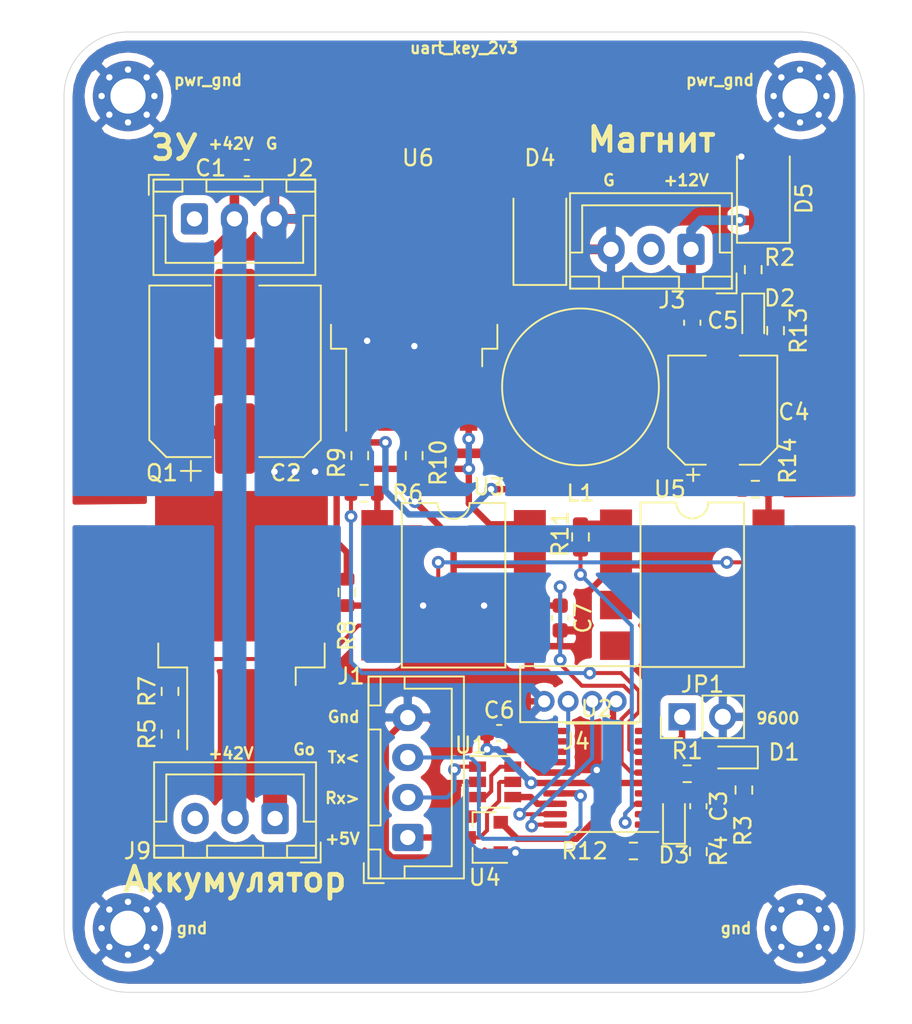
<source format=kicad_pcb>
(kicad_pcb (version 20171130) (host pcbnew "(5.1.8)-1")
  (layers (0 F.Cu signal) (31 B.Cu signal) (34 B.Paste user) (35 F.Paste user) (36 B.SilkS user) (37 F.SilkS user) (38 B.Mask user) (39 F.Mask user) (44 Edge.Cuts user))
  (net 0 "")
  (net 1 GND)
  (net 2 +48V)
  (net 3 "Net-(C3-Pad1)")
  (net 4 +12V)
  (net 5 +3V3)
  (net 6 "Net-(D1-Pad2)")
  (net 7 "Net-(D1-Pad1)")
  (net 8 "Net-(D2-Pad1)")
  (net 9 "Net-(D3-Pad1)")
  (net 10 /DIO)
  (net 11 /CLK)
  (net 12 "Net-(JP1-Pad1)")
  (net 13 "Net-(R10-Pad1)")
  (net 14 "Net-(R12-Pad1)")
  (net 15 +5P)
  (net 16 "Net-(U1-Pad4)")
  (net 17 /load_1)
  (net 18 "Net-(Q1-Pad1)")
  (net 19 "Net-(J1-Pad3)")
  (net 20 "Net-(R11-Pad1)")
  (net 21 GNDPWR)
  (net 22 /is_charger)
  (net 23 "Net-(D4-Pad1)")
  (net 24 "Net-(J9-Pad1)")
  (net 25 /magnit_on)
  (net 26 "Net-(R6-Pad1)")
  (net 27 "Net-(R7-Pad2)")
  (net 28 "Net-(R8-Pad1)")
  (net 29 "Net-(R13-Pad2)")
  (net 30 "Net-(J1-Pad2)")
  (net 31 "Net-(U1-Pad3)")
  (module MountingHole:MountingHole_2.2mm_M2_Pad_Via (layer F.Cu) (at 22 72)
    (fp_text reference J5 hide)
    (fp_text value M2)
    (pad 1 thru_hole circle (at 1.166726 -1.166726) (size 0.7 0.7) (drill 0.4) (layers *.Cu *.Mask) (net 1 GND))
    (pad 1 thru_hole circle (at 0 -1.65) (size 0.7 0.7) (drill 0.4) (layers *.Cu *.Mask) (net 1 GND))
    (pad 1 thru_hole circle (at -1.166726 -1.166726) (size 0.7 0.7) (drill 0.4) (layers *.Cu *.Mask) (net 1 GND))
    (pad 1 thru_hole circle (at -1.65 0) (size 0.7 0.7) (drill 0.4) (layers *.Cu *.Mask) (net 1 GND))
    (pad 1 thru_hole circle (at -1.166726 1.166726) (size 0.7 0.7) (drill 0.4) (layers *.Cu *.Mask) (net 1 GND))
    (pad 1 thru_hole circle (at 0 1.65) (size 0.7 0.7) (drill 0.4) (layers *.Cu *.Mask) (net 1 GND))
    (pad 1 thru_hole circle (at 1.166726 1.166726) (size 0.7 0.7) (drill 0.4) (layers *.Cu *.Mask) (net 1 GND))
    (pad 1 thru_hole circle (at 1.65 0) (size 0.7 0.7) (drill 0.4) (layers *.Cu *.Mask) (net 1 GND))
    (pad 1 thru_hole circle (at 0 0) (size 4.4 4.4) (drill 2.2) (layers *.Cu *.Mask) (net 1 GND))
  )
  (module MountingHole:MountingHole_2.2mm_M2_Pad_Via (layer F.Cu) (at 64 72)
    (fp_text reference J8 hide)
    (fp_text value M2)
    (pad 1 thru_hole circle (at 1.166726 -1.166726) (size 0.7 0.7) (drill 0.4) (layers *.Cu *.Mask) (net 1 GND))
    (pad 1 thru_hole circle (at 0 -1.65) (size 0.7 0.7) (drill 0.4) (layers *.Cu *.Mask) (net 1 GND))
    (pad 1 thru_hole circle (at -1.166726 -1.166726) (size 0.7 0.7) (drill 0.4) (layers *.Cu *.Mask) (net 1 GND))
    (pad 1 thru_hole circle (at -1.65 0) (size 0.7 0.7) (drill 0.4) (layers *.Cu *.Mask) (net 1 GND))
    (pad 1 thru_hole circle (at -1.166726 1.166726) (size 0.7 0.7) (drill 0.4) (layers *.Cu *.Mask) (net 1 GND))
    (pad 1 thru_hole circle (at 0 1.65) (size 0.7 0.7) (drill 0.4) (layers *.Cu *.Mask) (net 1 GND))
    (pad 1 thru_hole circle (at 1.166726 1.166726) (size 0.7 0.7) (drill 0.4) (layers *.Cu *.Mask) (net 1 GND))
    (pad 1 thru_hole circle (at 1.65 0) (size 0.7 0.7) (drill 0.4) (layers *.Cu *.Mask) (net 1 GND))
    (pad 1 thru_hole circle (at 0 0) (size 4.4 4.4) (drill 2.2) (layers *.Cu *.Mask) (net 1 GND))
  )
  (module MountingHole:MountingHole_2.2mm_M2_Pad_Via (layer F.Cu) (at 22 20)
    (fp_text reference J7 hide)
    (fp_text value M2)
    (pad 1 thru_hole circle (at 1.166726 -1.166726) (size 0.7 0.7) (drill 0.4) (layers *.Cu *.Mask) (net 21 GNDPWR))
    (pad 1 thru_hole circle (at 0 -1.65) (size 0.7 0.7) (drill 0.4) (layers *.Cu *.Mask) (net 21 GNDPWR))
    (pad 1 thru_hole circle (at -1.166726 -1.166726) (size 0.7 0.7) (drill 0.4) (layers *.Cu *.Mask) (net 21 GNDPWR))
    (pad 1 thru_hole circle (at -1.65 0) (size 0.7 0.7) (drill 0.4) (layers *.Cu *.Mask) (net 21 GNDPWR))
    (pad 1 thru_hole circle (at -1.166726 1.166726) (size 0.7 0.7) (drill 0.4) (layers *.Cu *.Mask) (net 21 GNDPWR))
    (pad 1 thru_hole circle (at 0 1.65) (size 0.7 0.7) (drill 0.4) (layers *.Cu *.Mask) (net 21 GNDPWR))
    (pad 1 thru_hole circle (at 1.166726 1.166726) (size 0.7 0.7) (drill 0.4) (layers *.Cu *.Mask) (net 21 GNDPWR))
    (pad 1 thru_hole circle (at 1.65 0) (size 0.7 0.7) (drill 0.4) (layers *.Cu *.Mask) (net 21 GNDPWR))
    (pad 1 thru_hole circle (at 0 0) (size 4.4 4.4) (drill 2.2) (layers *.Cu *.Mask) (net 21 GNDPWR))
  )
  (module MountingHole:MountingHole_2.2mm_M2_Pad_Via (layer F.Cu) (at 64 20)
    (fp_text reference J6 hide)
    (fp_text value M2)
    (pad 1 thru_hole circle (at 1.166726 -1.166726) (size 0.7 0.7) (drill 0.4) (layers *.Cu *.Mask) (net 21 GNDPWR))
    (pad 1 thru_hole circle (at 0 -1.65) (size 0.7 0.7) (drill 0.4) (layers *.Cu *.Mask) (net 21 GNDPWR))
    (pad 1 thru_hole circle (at -1.166726 -1.166726) (size 0.7 0.7) (drill 0.4) (layers *.Cu *.Mask) (net 21 GNDPWR))
    (pad 1 thru_hole circle (at -1.65 0) (size 0.7 0.7) (drill 0.4) (layers *.Cu *.Mask) (net 21 GNDPWR))
    (pad 1 thru_hole circle (at -1.166726 1.166726) (size 0.7 0.7) (drill 0.4) (layers *.Cu *.Mask) (net 21 GNDPWR))
    (pad 1 thru_hole circle (at 0 1.65) (size 0.7 0.7) (drill 0.4) (layers *.Cu *.Mask) (net 21 GNDPWR))
    (pad 1 thru_hole circle (at 1.166726 1.166726) (size 0.7 0.7) (drill 0.4) (layers *.Cu *.Mask) (net 21 GNDPWR))
    (pad 1 thru_hole circle (at 1.65 0) (size 0.7 0.7) (drill 0.4) (layers *.Cu *.Mask) (net 21 GNDPWR))
    (pad 1 thru_hole circle (at 0 0) (size 4.4 4.4) (drill 2.2) (layers *.Cu *.Mask) (net 21 GNDPWR))
  )
  (module Capacitor_SMD:CP_Elec_10x10.5 (layer F.Cu) (at 28.69 37.2 90)
    (fp_text reference C2 (at -6.35 3.175 180) (layer F.SilkS))
    (fp_text value "220uF 50V")
    (pad 2 smd roundrect (at 4.2 0 90) (size 4.4 2.5) (layers F.Cu F.Paste F.Mask) (roundrect_rratio 0.1) (net 21 GNDPWR))
    (pad 1 smd roundrect (at -4.2 0 90) (size 4.4 2.5) (layers F.Cu F.Paste F.Mask) (roundrect_rratio 0.1) (net 2 +48V))
  )
  (module Resistor_SMD:R_0603_1608Metric (layer F.Cu) (at 53.5875 67.172 180)
    (fp_text reference R12 (at 3.0535 0) (layer F.SilkS))
    (fp_text value 10k)
    (pad 2 smd roundrect (at 0.825 0 180) (size 0.8 0.95) (layers F.Cu F.Paste F.Mask) (net 1 GND))
    (pad 1 smd roundrect (at -0.825 0 180) (size 0.8 0.95) (layers F.Cu F.Paste F.Mask) (net 14 "Net-(R12-Pad1)"))
  )
  (module Package_TO_SOT_SMD:TO-263-5_TabPin3 (layer F.Cu) (at 39.885 32.84 90)
    (fp_text reference U6 (at 8.975 0.235 180) (layer F.SilkS))
    (fp_text value LM2596S-12)
    (pad 3 smd rect (at 3.375 0 90) (size 9.4 10.8) (layers F.Cu F.Mask) (net 21 GNDPWR))
    (pad 5 smd rect (at -5.775 3.4 90) (size 4.6 1.1) (layers F.Cu F.Paste F.Mask) (net 13 "Net-(R10-Pad1)"))
    (pad 4 smd rect (at -5.775 1.7 90) (size 4.6 1.1) (layers F.Cu F.Paste F.Mask) (net 4 +12V))
    (pad 3 smd rect (at -5.775 0 90) (size 4.6 1.1) (layers F.Cu F.Paste F.Mask) (net 21 GNDPWR))
    (pad 2 smd rect (at -5.775 -1.7 90) (size 4.6 1.1) (layers F.Cu F.Paste F.Mask) (net 23 "Net-(D4-Pad1)"))
    (pad 1 smd rect (at -5.775 -3.4 90) (size 4.6 1.1) (layers F.Cu F.Paste F.Mask) (net 2 +48V))
  )
  (module Package_DIP:SMDIP-8_W9.53mm (layer F.Cu) (at 57.265 50.535)
    (fp_text reference U5 (at -1.397 -5.969) (layer F.SilkS))
    (fp_text value LTV-827S)
    (pad 8 smd rect (at 4.765 -3.81) (size 2 1.78) (layers F.Cu F.Paste F.Mask) (net 29 "Net-(R13-Pad2)"))
    (pad 4 smd rect (at -4.765 3.81) (size 2 1.78) (layers F.Cu F.Paste F.Mask))
    (pad 7 smd rect (at 4.765 -1.27) (size 2 1.78) (layers F.Cu F.Paste F.Mask) (net 27 "Net-(R7-Pad2)"))
    (pad 3 smd rect (at -4.765 1.27) (size 2 1.78) (layers F.Cu F.Paste F.Mask))
    (pad 6 smd rect (at 4.765 1.27) (size 2 1.78) (layers F.Cu F.Paste F.Mask))
    (pad 2 smd rect (at -4.765 -1.27) (size 2 1.78) (layers F.Cu F.Paste F.Mask) (net 1 GND))
    (pad 5 smd rect (at 4.765 3.81) (size 2 1.78) (layers F.Cu F.Paste F.Mask))
    (pad 1 smd rect (at -4.765 -3.81) (size 2 1.78) (layers F.Cu F.Paste F.Mask) (net 20 "Net-(R11-Pad1)"))
  )
  (module Package_TO_SOT_SMD:SOT-23 (layer F.Cu) (at 44.295 66.33 180)
    (fp_text reference U4 (at 0 -2.5) (layer F.SilkS))
    (fp_text value XC6206PxxxMR)
    (pad 3 smd rect (at 1 0 180) (size 0.9 0.8) (layers F.Cu F.Paste F.Mask) (net 15 +5P))
    (pad 2 smd rect (at -1 0.95 180) (size 0.9 0.8) (layers F.Cu F.Paste F.Mask) (net 5 +3V3))
    (pad 1 smd rect (at -1 -0.95 180) (size 0.9 0.8) (layers F.Cu F.Paste F.Mask) (net 1 GND))
  )
  (module Package_DIP:SMDIP-8_W9.53mm (layer F.Cu) (at 42.348835 50.569251)
    (fp_text reference U3 (at 2.216165 -6.14) (layer F.SilkS))
    (fp_text value LTV-827S)
    (pad 8 smd rect (at 4.765 -3.81) (size 2 1.78) (layers F.Cu F.Paste F.Mask) (net 13 "Net-(R10-Pad1)"))
    (pad 4 smd rect (at -4.765 3.81) (size 2 1.78) (layers F.Cu F.Paste F.Mask) (net 21 GNDPWR))
    (pad 7 smd rect (at 4.765 -1.27) (size 2 1.78) (layers F.Cu F.Paste F.Mask) (net 21 GNDPWR))
    (pad 3 smd rect (at -4.765 1.27) (size 2 1.78) (layers F.Cu F.Paste F.Mask) (net 28 "Net-(R8-Pad1)"))
    (pad 6 smd rect (at 4.765 1.27) (size 2 1.78) (layers F.Cu F.Paste F.Mask) (net 22 /is_charger))
    (pad 2 smd rect (at -4.765 -1.27) (size 2 1.78) (layers F.Cu F.Paste F.Mask) (net 1 GND))
    (pad 5 smd rect (at 4.765 3.81) (size 2 1.78) (layers F.Cu F.Paste F.Mask) (net 1 GND))
    (pad 1 smd rect (at -4.765 -3.81) (size 2 1.78) (layers F.Cu F.Paste F.Mask) (net 26 "Net-(R6-Pad1)"))
  )
  (module Package_SO:TSSOP-20_4.4x6.5mm_P0.65mm (layer F.Cu) (at 51.55 62.6 180)
    (fp_text reference U2 (at 0.254 4.318) (layer F.SilkS))
    (fp_text value STM32F042F4Px)
    (pad 20 smd roundrect (at 2.8625 -2.925 180) (size 1.475 0.4) (layers F.Cu F.Paste F.Mask) (net 11 /CLK))
    (pad 19 smd roundrect (at 2.8625 -2.275 180) (size 1.475 0.4) (layers F.Cu F.Paste F.Mask) (net 10 /DIO))
    (pad 18 smd roundrect (at 2.8625 -1.625 180) (size 1.475 0.4) (layers F.Cu F.Paste F.Mask) (net 16 "Net-(U1-Pad4)"))
    (pad 17 smd roundrect (at 2.8625 -0.975 180) (size 1.475 0.4) (layers F.Cu F.Paste F.Mask) (net 19 "Net-(J1-Pad3)"))
    (pad 16 smd roundrect (at 2.8625 -0.325 180) (size 1.475 0.4) (layers F.Cu F.Paste F.Mask) (net 5 +3V3))
    (pad 15 smd roundrect (at 2.8625 0.325 180) (size 1.475 0.4) (layers F.Cu F.Paste F.Mask) (net 1 GND))
    (pad 14 smd roundrect (at 2.8625 0.975 180) (size 1.475 0.4) (layers F.Cu F.Paste F.Mask))
    (pad 13 smd roundrect (at 2.8625 1.625 180) (size 1.475 0.4) (layers F.Cu F.Paste F.Mask))
    (pad 12 smd roundrect (at 2.8625 2.275 180) (size 1.475 0.4) (layers F.Cu F.Paste F.Mask))
    (pad 11 smd roundrect (at 2.8625 2.925 180) (size 1.475 0.4) (layers F.Cu F.Paste F.Mask))
    (pad 10 smd roundrect (at -2.8625 2.925 180) (size 1.475 0.4) (layers F.Cu F.Paste F.Mask))
    (pad 9 smd roundrect (at -2.8625 2.275 180) (size 1.475 0.4) (layers F.Cu F.Paste F.Mask) (net 12 "Net-(JP1-Pad1)"))
    (pad 8 smd roundrect (at -2.8625 1.625 180) (size 1.475 0.4) (layers F.Cu F.Paste F.Mask) (net 25 /magnit_on))
    (pad 7 smd roundrect (at -2.8625 0.975 180) (size 1.475 0.4) (layers F.Cu F.Paste F.Mask) (net 6 "Net-(D1-Pad2)"))
    (pad 6 smd roundrect (at -2.8625 0.325 180) (size 1.475 0.4) (layers F.Cu F.Paste F.Mask) (net 22 /is_charger))
    (pad 5 smd roundrect (at -2.8625 -0.325 180) (size 1.475 0.4) (layers F.Cu F.Paste F.Mask) (net 5 +3V3))
    (pad 4 smd roundrect (at -2.8625 -0.975 180) (size 1.475 0.4) (layers F.Cu F.Paste F.Mask) (net 3 "Net-(C3-Pad1)"))
    (pad 3 smd roundrect (at -2.8625 -1.625 180) (size 1.475 0.4) (layers F.Cu F.Paste F.Mask) (net 17 /load_1))
    (pad 2 smd roundrect (at -2.8625 -2.275 180) (size 1.475 0.4) (layers F.Cu F.Paste F.Mask))
    (pad 1 smd roundrect (at -2.8625 -2.925 180) (size 1.475 0.4) (layers F.Cu F.Paste F.Mask) (net 14 "Net-(R12-Pad1)"))
  )
  (module Package_TO_SOT_SMD:SOT-23-6 (layer F.Cu) (at 44.946 62.854)
    (fp_text reference U1 (at -1.524 -2.286) (layer F.SilkS))
    (fp_text value 74LVC2G14)
    (pad 5 smd rect (at 1.1 0) (size 1.06 0.65) (layers F.Cu F.Paste F.Mask) (net 15 +5P))
    (pad 6 smd rect (at 1.1 -0.95) (size 1.06 0.65) (layers F.Cu F.Paste F.Mask) (net 31 "Net-(U1-Pad3)"))
    (pad 4 smd rect (at 1.1 0.95) (size 1.06 0.65) (layers F.Cu F.Paste F.Mask) (net 16 "Net-(U1-Pad4)"))
    (pad 3 smd rect (at -1.1 0.95) (size 1.06 0.65) (layers F.Cu F.Paste F.Mask) (net 31 "Net-(U1-Pad3)"))
    (pad 2 smd rect (at -1.1 0) (size 1.06 0.65) (layers F.Cu F.Paste F.Mask) (net 1 GND))
    (pad 1 smd rect (at -1.1 -0.95) (size 1.06 0.65) (layers F.Cu F.Paste F.Mask) (net 30 "Net-(J1-Pad2)"))
  )
  (module Resistor_SMD:R_0603_1608Metric (layer F.Cu) (at 61.205 44.566)
    (fp_text reference R14 (at 2.029 -1.778 90) (layer F.SilkS))
    (fp_text value 10k)
    (pad 2 smd roundrect (at 0.825 0) (size 0.8 0.95) (layers F.Cu F.Paste F.Mask) (net 29 "Net-(R13-Pad2)"))
    (pad 1 smd roundrect (at -0.825 0) (size 0.8 0.95) (layers F.Cu F.Paste F.Mask) (net 2 +48V))
  )
  (module Resistor_SMD:R_0603_1608Metric (layer F.Cu) (at 62.472 34.66 270)
    (fp_text reference R13 (at 0 -1.43 90) (layer F.SilkS))
    (fp_text value 10k)
    (pad 2 smd roundrect (at 0.825 0 270) (size 0.8 0.95) (layers F.Cu F.Paste F.Mask) (net 29 "Net-(R13-Pad2)"))
    (pad 1 smd roundrect (at -0.825 0 270) (size 0.8 0.95) (layers F.Cu F.Paste F.Mask) (net 21 GNDPWR))
  )
  (module Resistor_SMD:R_0603_1608Metric (layer F.Cu) (at 50.28 47.55 270)
    (fp_text reference R11 (at -0.19 1.27 90) (layer F.SilkS))
    (fp_text value 100)
    (pad 2 smd roundrect (at 0.825 0 270) (size 0.8 0.95) (layers F.Cu F.Paste F.Mask) (net 17 /load_1))
    (pad 1 smd roundrect (at -0.825 0 270) (size 0.8 0.95) (layers F.Cu F.Paste F.Mask) (net 20 "Net-(R11-Pad1)"))
  )
  (module Resistor_SMD:R_0603_1608Metric (layer F.Cu) (at 39.885 42.47 90)
    (fp_text reference R10 (at -0.445 1.505 90) (layer F.SilkS))
    (fp_text value 10k)
    (pad 2 smd roundrect (at 0.825 0 90) (size 0.8 0.95) (layers F.Cu F.Paste F.Mask) (net 21 GNDPWR))
    (pad 1 smd roundrect (at -0.825 0 90) (size 0.8 0.95) (layers F.Cu F.Paste F.Mask) (net 13 "Net-(R10-Pad1)"))
  )
  (module Resistor_SMD:R_0603_1608Metric (layer F.Cu) (at 36.485 42.47 270)
    (fp_text reference R9 (at 0.445 1.445 90) (layer F.SilkS))
    (fp_text value 10k)
    (pad 2 smd roundrect (at 0.825 0 270) (size 0.8 0.95) (layers F.Cu F.Paste F.Mask) (net 13 "Net-(R10-Pad1)"))
    (pad 1 smd roundrect (at -0.825 0 270) (size 0.8 0.95) (layers F.Cu F.Paste F.Mask) (net 2 +48V))
  )
  (module Resistor_SMD:R_0603_1608Metric (layer F.Cu) (at 35.675 51.014251 90)
    (fp_text reference R8 (at -2.695749 0 90) (layer F.SilkS))
    (fp_text value 10k)
    (pad 2 smd roundrect (at 0.825 0 90) (size 0.8 0.95) (layers F.Cu F.Paste F.Mask) (net 2 +48V))
    (pad 1 smd roundrect (at -0.825 0 90) (size 0.8 0.95) (layers F.Cu F.Paste F.Mask) (net 28 "Net-(R8-Pad1)"))
  )
  (module Resistor_SMD:R_0603_1608Metric (layer F.Cu) (at 24.626 57.203 90)
    (fp_text reference R7 (at 0 -1.43 90) (layer F.SilkS))
    (fp_text value 100)
    (pad 2 smd roundrect (at 0.825 0 90) (size 0.8 0.95) (layers F.Cu F.Paste F.Mask) (net 27 "Net-(R7-Pad2)"))
    (pad 1 smd roundrect (at -0.825 0 90) (size 0.8 0.95) (layers F.Cu F.Paste F.Mask) (net 18 "Net-(Q1-Pad1)"))
  )
  (module Resistor_SMD:R_0603_1608Metric (layer F.Cu) (at 36.755 44.82 180)
    (fp_text reference R6 (at -2.73 0) (layer F.SilkS))
    (fp_text value 100)
    (pad 2 smd roundrect (at 0.825 0 180) (size 0.8 0.95) (layers F.Cu F.Paste F.Mask) (net 25 /magnit_on))
    (pad 1 smd roundrect (at -0.825 0 180) (size 0.8 0.95) (layers F.Cu F.Paste F.Mask) (net 26 "Net-(R6-Pad1)"))
  )
  (module Resistor_SMD:R_0603_1608Metric (layer F.Cu) (at 24.626 59.869 90)
    (fp_text reference R5 (at 0 -1.43 90) (layer F.SilkS))
    (fp_text value 10k)
    (pad 2 smd roundrect (at 0.825 0 90) (size 0.8 0.95) (layers F.Cu F.Paste F.Mask) (net 18 "Net-(Q1-Pad1)"))
    (pad 1 smd roundrect (at -0.825 0 90) (size 0.8 0.95) (layers F.Cu F.Paste F.Mask) (net 21 GNDPWR))
  )
  (module Resistor_SMD:R_0603_1608Metric (layer F.Cu) (at 57.646 67.213874 90)
    (fp_text reference R4 (at 0.041874 1.27 270) (layer F.SilkS))
    (fp_text value 10k)
    (pad 2 smd roundrect (at 0.825 0 90) (size 0.8 0.95) (layers F.Cu F.Paste F.Mask) (net 9 "Net-(D3-Pad1)"))
    (pad 1 smd roundrect (at -0.825 0 90) (size 0.8 0.95) (layers F.Cu F.Paste F.Mask) (net 1 GND))
  )
  (module Resistor_SMD:R_0603_1608Metric (layer F.Cu) (at 60.4905 63.362 90)
    (fp_text reference R3 (at -2.54 -0.0505 90) (layer F.SilkS))
    (fp_text value 10k)
    (pad 2 smd roundrect (at 0.825 0 90) (size 0.8 0.95) (layers F.Cu F.Paste F.Mask) (net 7 "Net-(D1-Pad1)"))
    (pad 1 smd roundrect (at -0.825 0 90) (size 0.8 0.95) (layers F.Cu F.Paste F.Mask) (net 1 GND))
  )
  (module Resistor_SMD:R_0603_1608Metric (layer F.Cu) (at 61.075 30.85 270)
    (fp_text reference R2 (at -0.762 -1.651 180) (layer F.SilkS))
    (fp_text value 10k)
    (pad 2 smd roundrect (at 0.825 0 270) (size 0.8 0.95) (layers F.Cu F.Paste F.Mask) (net 8 "Net-(D2-Pad1)"))
    (pad 1 smd roundrect (at -0.825 0 270) (size 0.8 0.95) (layers F.Cu F.Paste F.Mask) (net 21 GNDPWR))
  )
  (module Resistor_SMD:R_0603_1608Metric (layer F.Cu) (at 56.947 62.346)
    (fp_text reference R1 (at 0 -1.43) (layer F.SilkS))
    (fp_text value 10k)
    (pad 2 smd roundrect (at 0.825 0) (size 0.8 0.95) (layers F.Cu F.Paste F.Mask) (net 3 "Net-(C3-Pad1)"))
    (pad 1 smd roundrect (at -0.825 0) (size 0.8 0.95) (layers F.Cu F.Paste F.Mask) (net 5 +3V3))
  )
  (module Package_TO_SOT_SMD:TO-263-2 (layer F.Cu) (at 29.09 52.755 90)
    (fp_text reference Q1 (at 9.205 -4.972 180) (layer F.SilkS))
    (fp_text value IRF630NSPBF)
    (pad 2 smd rect (at 3.375 0 90) (size 9.4 10.8) (layers F.Cu F.Mask) (net 21 GNDPWR))
    (pad 3 smd rect (at -5.775 2.54 90) (size 4.6 1.5) (layers F.Cu F.Paste F.Mask) (net 24 "Net-(J9-Pad1)"))
    (pad 1 smd rect (at -5.775 -2.54 90) (size 4.6 1.1) (layers F.Cu F.Paste F.Mask) (net 18 "Net-(Q1-Pad1)"))
  )
  (module uart_key:SDR_1006 (layer F.Cu) (at 50.28 38.175 270)
    (fp_text reference L1 (at 6.645 0 180) (layer F.SilkS))
    (fp_text value 33uH)
    (pad 1 smd rect (at -4.15 0 270) (size 3 9) (layers F.Cu F.Paste F.Mask) (net 23 "Net-(D4-Pad1)"))
    (pad 2 smd rect (at 4.15 0 270) (size 3 9) (layers F.Cu F.Paste F.Mask) (net 4 +12V))
  )
  (module Connector_PinHeader_2.54mm:PinHeader_1x02_P2.54mm_Vertical (layer F.Cu) (at 56.63 58.79 90)
    (fp_text reference JP1 (at 2.032 1.27 180) (layer F.SilkS))
    (fp_text value 9600)
    (pad 2 thru_hole oval (at 0 2.54 90) (size 1.7 1.7) (drill 1) (layers *.Cu *.Mask) (net 1 GND))
    (pad 1 thru_hole rect (at 0 0 90) (size 1.7 1.7) (drill 1) (layers *.Cu *.Mask) (net 12 "Net-(JP1-Pad1)"))
  )
  (module Connector_JST:JST_XH_B3B-XH-A_1x03_P2.50mm_Vertical (layer F.Cu) (at 31.19 65.14 180)
    (fp_text reference J9 (at 8.596 -2.032) (layer F.SilkS))
    (fp_text value Accum)
    (pad 3 thru_hole oval (at 5 0 180) (size 1.7 1.95) (drill 0.95) (layers *.Cu *.Mask))
    (pad 2 thru_hole oval (at 2.5 0 180) (size 1.7 1.95) (drill 0.95) (layers *.Cu *.Mask) (net 2 +48V))
    (pad 1 thru_hole roundrect (at 0 0 180) (size 1.7 1.95) (drill 0.95) (layers *.Cu *.Mask) (roundrect_rratio 0.1470588235294118) (net 24 "Net-(J9-Pad1)"))
  )
  (module uart_key:ZH_Conn_04x01 (layer F.Cu) (at 49.01 60.822 180)
    (fp_text reference J4 (at -1 0.5) (layer F.SilkS))
    (fp_text value st-link)
    (pad 4 thru_hole circle (at 1 3 180) (size 1.3 1.3) (drill 0.762) (layers *.Cu *.Mask) (net 1 GND))
    (pad 3 thru_hole circle (at -0.5 3 180) (size 1.3 1.3) (drill 0.762) (layers *.Cu *.Mask) (net 10 /DIO))
    (pad 2 thru_hole circle (at -2 3 180) (size 1.3 1.3) (drill 0.762) (layers *.Cu *.Mask) (net 11 /CLK))
    (pad 1 thru_hole circle (at -3.5 3 180) (size 1.3 1.3) (drill 0.762) (layers *.Cu *.Mask) (net 5 +3V3))
  )
  (module Connector_JST:JST_XH_B3B-XH-A_1x03_P2.50mm_Vertical (layer F.Cu) (at 57.185 29.58 180)
    (fp_text reference J3 (at 1.19 -3.175001) (layer F.SilkS))
    (fp_text value Magnit)
    (pad 3 thru_hole oval (at 5 0 180) (size 1.7 1.95) (drill 0.95) (layers *.Cu *.Mask) (net 21 GNDPWR))
    (pad 2 thru_hole oval (at 2.5 0 180) (size 1.7 1.95) (drill 0.95) (layers *.Cu *.Mask))
    (pad 1 thru_hole roundrect (at 0 0 180) (size 1.7 1.95) (drill 0.95) (layers *.Cu *.Mask) (roundrect_rratio 0.1470588235294118) (net 4 +12V))
  )
  (module Connector_JST:JST_XH_B3B-XH-A_1x03_P2.50mm_Vertical (layer F.Cu) (at 26.15 27.675)
    (fp_text reference J2 (at 6.604 -3.175) (layer F.SilkS))
    (fp_text value Charger)
    (pad 3 thru_hole oval (at 5 0) (size 1.7 1.95) (drill 0.95) (layers *.Cu *.Mask) (net 21 GNDPWR))
    (pad 2 thru_hole oval (at 2.5 0) (size 1.7 1.95) (drill 0.95) (layers *.Cu *.Mask) (net 2 +48V))
    (pad 1 thru_hole roundrect (at 0 0) (size 1.7 1.95) (drill 0.95) (layers *.Cu *.Mask) (roundrect_rratio 0.1470588235294118))
  )
  (module Connector_JST:JST_XH_B4B-XH-A_1x04_P2.50mm_Vertical (layer F.Cu) (at 39.485 66.33 90)
    (fp_text reference J1 (at 10.08 -3.55 180) (layer F.SilkS))
    (fp_text value connect)
    (pad 4 thru_hole oval (at 7.5 0 90) (size 1.7 1.95) (drill 0.95) (layers *.Cu *.Mask) (net 1 GND))
    (pad 3 thru_hole oval (at 5 0 90) (size 1.7 1.95) (drill 0.95) (layers *.Cu *.Mask) (net 19 "Net-(J1-Pad3)"))
    (pad 2 thru_hole oval (at 2.5 0 90) (size 1.7 1.95) (drill 0.95) (layers *.Cu *.Mask) (net 30 "Net-(J1-Pad2)"))
    (pad 1 thru_hole roundrect (at 0 0 90) (size 1.7 1.95) (drill 0.95) (layers *.Cu *.Mask) (roundrect_rratio 0.1470588235294118) (net 15 +5P))
  )
  (module Diode_SMD:D_SMA (layer F.Cu) (at 61.71 25.77 90)
    (fp_text reference D5 (at -0.635 2.54 90) (layer F.SilkS))
    (fp_text value ss16)
    (pad 2 smd rect (at 2 0 90) (size 2.5 1.8) (layers F.Cu F.Paste F.Mask) (net 21 GNDPWR))
    (pad 1 smd rect (at -2 0 90) (size 2.5 1.8) (layers F.Cu F.Paste F.Mask) (net 4 +12V))
  )
  (module Diode_SMD:D_SMA (layer F.Cu) (at 47.74 28.405 90)
    (fp_text reference D4 (at 4.54 0 180) (layer F.SilkS))
    (fp_text value ss16)
    (pad 2 smd rect (at 2 0 90) (size 2.5 1.8) (layers F.Cu F.Paste F.Mask) (net 21 GNDPWR))
    (pad 1 smd rect (at -2 0 90) (size 2.5 1.8) (layers F.Cu F.Paste F.Mask) (net 23 "Net-(D4-Pad1)"))
  )
  (module LED_SMD:LED_0603_1608Metric_Castellated (layer F.Cu) (at 56.122 65.0375 90)
    (fp_text reference D3 (at -2.3885 0 180) (layer F.SilkS))
    (fp_text value load_1)
    (pad 2 smd roundrect (at 0.8125 0 90) (size 1.225 0.85) (layers F.Cu F.Paste F.Mask) (net 17 /load_1))
    (pad 1 smd roundrect (at -0.8125 0 90) (size 1.225 0.85) (layers F.Cu F.Paste F.Mask) (net 9 "Net-(D3-Pad1)"))
  )
  (module LED_SMD:LED_0603_1608Metric_Castellated (layer F.Cu) (at 61.075 34.025 270)
    (fp_text reference D2 (at -1.397 -1.651 180) (layer F.SilkS))
    (fp_text value magnit)
    (pad 2 smd roundrect (at 0.8125 0 270) (size 1.225 0.85) (layers F.Cu F.Paste F.Mask) (net 4 +12V))
    (pad 1 smd roundrect (at -0.8125 0 270) (size 1.225 0.85) (layers F.Cu F.Paste F.Mask) (net 8 "Net-(D2-Pad1)"))
  )
  (module LED_SMD:LED_0603_1608Metric_Castellated (layer F.Cu) (at 59.678 61.33 180)
    (fp_text reference D1 (at -3.322 0.33) (layer F.SilkS))
    (fp_text value debug)
    (pad 2 smd roundrect (at 0.8125 0 180) (size 1.225 0.85) (layers F.Cu F.Paste F.Mask) (net 6 "Net-(D1-Pad2)"))
    (pad 1 smd roundrect (at -0.8125 0 180) (size 1.225 0.85) (layers F.Cu F.Paste F.Mask) (net 7 "Net-(D1-Pad1)"))
  )
  (module Capacitor_SMD:C_0603_1608Metric (layer F.Cu) (at 49.01 52.614251 270)
    (fp_text reference C7 (at 0 -1.43 90) (layer F.SilkS))
    (fp_text value 1uF)
    (pad 2 smd roundrect (at 0.775 0 270) (size 0.9 0.95) (layers F.Cu F.Paste F.Mask) (net 1 GND))
    (pad 1 smd roundrect (at -0.775 0 270) (size 0.9 0.95) (layers F.Cu F.Paste F.Mask) (net 22 /is_charger))
  )
  (module Capacitor_SMD:C_0603_1608Metric (layer F.Cu) (at 45.2 59.806)
    (fp_text reference C6 (at 0 -1.43) (layer F.SilkS))
    (fp_text value 1uF)
    (pad 2 smd roundrect (at 0.775 0) (size 0.9 0.95) (layers F.Cu F.Paste F.Mask) (net 1 GND))
    (pad 1 smd roundrect (at -0.775 0) (size 0.9 0.95) (layers F.Cu F.Paste F.Mask) (net 5 +3V3))
  )
  (module Capacitor_SMD:C_0603_1608Metric (layer F.Cu) (at 57.265 34.165001 90)
    (fp_text reference C5 (at 0.140001 1.905 180) (layer F.SilkS))
    (fp_text value 1uF)
    (pad 2 smd roundrect (at 0.775 0 90) (size 0.9 0.95) (layers F.Cu F.Paste F.Mask) (net 21 GNDPWR))
    (pad 1 smd roundrect (at -0.775 0 90) (size 0.9 0.95) (layers F.Cu F.Paste F.Mask) (net 4 +12V))
  )
  (module Capacitor_SMD:CP_Elec_6.3x7.7 (layer F.Cu) (at 59.17 39.625 90)
    (fp_text reference C4 (at -0.115 4.445 180) (layer F.SilkS))
    (fp_text value "220uF 16V")
    (pad 2 smd roundrect (at 2.7 0 90) (size 3.5 1.6) (layers F.Cu F.Paste F.Mask) (roundrect_rratio 0.15625) (net 21 GNDPWR))
    (pad 1 smd roundrect (at -2.7 0 90) (size 3.5 1.6) (layers F.Cu F.Paste F.Mask) (roundrect_rratio 0.15625) (net 4 +12V))
  )
  (module Capacitor_SMD:C_0603_1608Metric (layer F.Cu) (at 57.646 64.378 270)
    (fp_text reference C3 (at 0 -1.27 90) (layer F.SilkS))
    (fp_text value 1uF)
    (pad 2 smd roundrect (at 0.775 0 270) (size 0.9 0.95) (layers F.Cu F.Paste F.Mask) (net 1 GND))
    (pad 1 smd roundrect (at -0.775 0 270) (size 0.9 0.95) (layers F.Cu F.Paste F.Mask) (net 3 "Net-(C3-Pad1)"))
  )
  (module Capacitor_SMD:C_0603_1608Metric (layer F.Cu) (at 29.425 24.5)
    (fp_text reference C1 (at -2.259 0) (layer F.SilkS))
    (fp_text value 1uF)
    (pad 2 smd roundrect (at 0.775 0) (size 0.9 0.95) (layers F.Cu F.Paste F.Mask) (net 21 GNDPWR))
    (pad 1 smd roundrect (at -0.775 0) (size 0.9 0.95) (layers F.Cu F.Paste F.Mask) (net 2 +48V))
  )
  (gr_text 9600 (at 62.615 58.885) (layer F.SilkS) (effects (font (size 0.7 0.7))))
  (gr_text gnd (at 60 72) (layer F.SilkS) (effects (font (size 0.7 0.7))))
  (gr_text gnd (at 26 72) (layer F.SilkS) (effects (font (size 0.7 0.7))))
  (gr_text pwr_gnd (at 27 19) (layer F.SilkS) (effects (font (size 0.7 0.7))))
  (gr_text pwr_gnd (at 59 19) (layer F.SilkS) (effects (font (size 0.7 0.7))))
  (gr_arc (start 22 72) (end 18 72) (angle -90) (layer Edge.Cuts) (width 0.05))
  (gr_arc (start 64 72) (end 64 76) (angle -90) (layer Edge.Cuts) (width 0.05))
  (gr_arc (start 64 20) (end 68 20) (angle -90) (layer Edge.Cuts) (width 0.05))
  (gr_arc (start 22 20) (end 22 16) (angle -90) (layer Edge.Cuts) (width 0.05))
  (gr_line (start 68 20) (end 68 72) (layer Edge.Cuts) (width 0.05))
  (gr_line (start 22 16) (end 64 16) (layer Edge.Cuts) (width 0.05))
  (gr_line (start 22 76) (end 64 76) (layer Edge.Cuts) (width 0.05))
  (gr_line (start 18 20) (end 18 72) (layer Edge.Cuts) (width 0.05))
  (gr_text uart_key_2v3 (at 43 17) (layer F.SilkS) (effects (font (size 0.7 0.7))))
  (gr_text Go (at 33.008 60.822) (layer F.SilkS) (effects (font (size 0.7 0.7))))
  (gr_text +42V (at 28.436 61.076) (layer F.SilkS) (effects (font (size 0.7 0.7))))
  (gr_text +12V (at 56.884 25.262) (layer F.SilkS) (effects (font (size 0.7 0.7))))
  (gr_text G (at 52.058 25.262) (layer F.SilkS) (effects (font (size 0.7 0.7))))
  (gr_text G (at 30.976 22.976) (layer F.SilkS) (effects (font (size 0.7 0.7))))
  (gr_text +42V (at 28.436 22.976) (layer F.SilkS) (effects (font (size 0.7 0.7))))
  (gr_text +5V (at 36.564 66.41) (layer F.SilkS) (effects (font (size 0.7 0.7)) (justify right)))
  (gr_text Rx> (at 36.564 63.87) (layer F.SilkS) (effects (font (size 0.7 0.7)) (justify right)))
  (gr_text Tx< (at 36.564 61.33) (layer F.SilkS) (effects (font (size 0.7 0.7)) (justify right)))
  (gr_text Gnd (at 36.564 58.79) (layer F.SilkS) (effects (font (size 0.7 0.7)) (justify right)))
  (gr_text Аккумулятор (at 28.69 68.95) (layer F.SilkS) (effects (font (size 1.5 1.5) (thickness 0.3))))
  (gr_text Магнит (at 54.725 22.722) (layer F.SilkS) (effects (font (size 1.5 1.5) (thickness 0.3))))
  (gr_text ЗУ (at 24.88 23.23) (layer F.SilkS) (effects (font (size 1.5 1.5) (thickness 0.3))))
  (segment (start 47.113835 54.379251) (end 44.888835 54.379251) (width 0.4) (layer F.Cu) (net 1))
  (via (at 44.253835 51.839251) (size 0.8) (drill 0.4) (layers F.Cu B.Cu) (net 1))
  (segment (start 44.253835 53.744251) (end 44.253835 51.839251) (width 0.4) (layer F.Cu) (net 1))
  (segment (start 44.888835 54.379251) (end 44.253835 53.744251) (width 0.4) (layer F.Cu) (net 1))
  (via (at 40.443835 51.839251) (size 0.8) (drill 0.4) (layers F.Cu B.Cu) (net 1))
  (segment (start 44.253835 51.839251) (end 40.443835 51.839251) (width 0.4) (layer B.Cu) (net 1))
  (segment (start 40.443835 51.839251) (end 40.443835 49.934251) (width 0.4) (layer F.Cu) (net 1))
  (segment (start 39.808835 49.299251) (end 37.583835 49.299251) (width 0.4) (layer F.Cu) (net 1))
  (segment (start 40.443835 49.934251) (end 39.808835 49.299251) (width 0.4) (layer F.Cu) (net 1))
  (segment (start 38.10999 60.20501) (end 39.485 58.83) (width 0.4) (layer F.Cu) (net 1))
  (segment (start 38.10999 67.199246) (end 38.10999 60.20501) (width 0.4) (layer F.Cu) (net 1))
  (segment (start 38.490754 67.58001) (end 38.10999 67.199246) (width 0.4) (layer F.Cu) (net 1))
  (segment (start 41.39 67.58001) (end 38.490754 67.58001) (width 0.4) (layer F.Cu) (net 1))
  (segment (start 41.69001 67.28) (end 41.39 67.58001) (width 0.4) (layer F.Cu) (net 1))
  (segment (start 44.292 67.28) (end 41.69001 67.28) (width 0.4) (layer F.Cu) (net 1))
  (segment (start 46.216 67.28) (end 44.292 67.28) (width 0.4) (layer F.Cu) (net 1))
  (via (at 46.216 67.28) (size 0.8) (drill 0.4) (layers F.Cu B.Cu) (net 1))
  (via (at 51.296 62.113561) (size 0.8) (drill 0.4) (layers F.Cu B.Cu) (net 1))
  (segment (start 50.089808 62.275) (end 48.6875 62.275) (width 0.4) (layer F.Cu) (net 1))
  (segment (start 50.251247 62.113561) (end 50.089808 62.275) (width 0.4) (layer F.Cu) (net 1))
  (segment (start 51.296 62.113561) (end 50.251247 62.113561) (width 0.4) (layer F.Cu) (net 1))
  (segment (start 46.216 67.28) (end 50.426 67.28) (width 0.4) (layer B.Cu) (net 1))
  (segment (start 51.296 66.41) (end 51.296 62.113561) (width 0.4) (layer B.Cu) (net 1))
  (segment (start 50.426 67.28) (end 51.296 66.41) (width 0.4) (layer B.Cu) (net 1))
  (segment (start 52.6545 67.28) (end 52.7625 67.172) (width 0.4) (layer F.Cu) (net 1))
  (segment (start 40.668 58.83) (end 39.485 58.83) (width 0.25) (layer F.Cu) (net 1))
  (segment (start 41.39 59.552) (end 40.668 58.83) (width 0.25) (layer F.Cu) (net 1))
  (segment (start 41.39 62.346) (end 41.39 59.552) (width 0.25) (layer F.Cu) (net 1))
  (segment (start 41.898 62.854) (end 41.39 62.346) (width 0.25) (layer F.Cu) (net 1))
  (segment (start 43.846 62.854) (end 41.898 62.854) (width 0.25) (layer F.Cu) (net 1))
  (segment (start 46.978 57.822) (end 48.01 57.822) (width 0.4) (layer F.Cu) (net 1))
  (segment (start 46.978 54.515086) (end 47.113835 54.379251) (width 0.4) (layer F.Cu) (net 1))
  (segment (start 46.978 57.822) (end 46.978 54.515086) (width 0.4) (layer F.Cu) (net 1))
  (segment (start 49.01 54.379251) (end 49.01 53.389251) (width 0.4) (layer F.Cu) (net 1))
  (segment (start 47.113835 54.379251) (end 49.01 54.379251) (width 0.4) (layer F.Cu) (net 1))
  (segment (start 50.534 51.231) (end 52.5 49.265) (width 0.4) (layer F.Cu) (net 1))
  (segment (start 50.534 53.923543) (end 50.534 51.231) (width 0.4) (layer F.Cu) (net 1))
  (segment (start 50.078292 54.379251) (end 50.534 53.923543) (width 0.4) (layer F.Cu) (net 1))
  (segment (start 47.113835 54.379251) (end 50.078292 54.379251) (width 0.4) (layer F.Cu) (net 1))
  (segment (start 57.646 68.038874) (end 52.924874 68.038874) (width 0.25) (layer F.Cu) (net 1))
  (segment (start 52.7625 67.8765) (end 52.7625 67.172) (width 0.25) (layer F.Cu) (net 1))
  (segment (start 52.924874 68.038874) (end 52.7625 67.8765) (width 0.25) (layer F.Cu) (net 1))
  (segment (start 58.421 65.153) (end 57.646 65.153) (width 0.25) (layer F.Cu) (net 1))
  (segment (start 58.662 65.394) (end 58.421 65.153) (width 0.25) (layer F.Cu) (net 1))
  (segment (start 58.662 68.038874) (end 58.662 65.394) (width 0.25) (layer F.Cu) (net 1))
  (segment (start 57.646 68.038874) (end 58.662 68.038874) (width 0.25) (layer F.Cu) (net 1))
  (segment (start 58.662 68.038874) (end 60.081126 68.038874) (width 0.25) (layer F.Cu) (net 1))
  (segment (start 60.4905 67.6295) (end 60.4905 64.187) (width 0.25) (layer F.Cu) (net 1))
  (segment (start 60.081126 68.038874) (end 60.4905 67.6295) (width 0.25) (layer F.Cu) (net 1))
  (segment (start 48.864 67.28) (end 52.6545 67.28) (width 0.4) (layer F.Cu) (net 1))
  (segment (start 46.216 67.28) (end 48.864 67.28) (width 0.4) (layer F.Cu) (net 1))
  (segment (start 47.669 62.275) (end 46.978 61.584) (width 0.4) (layer F.Cu) (net 1))
  (segment (start 48.6875 62.275) (end 47.669 62.275) (width 0.4) (layer F.Cu) (net 1))
  (segment (start 45.975 59.806) (end 46.978 59.806) (width 0.4) (layer F.Cu) (net 1))
  (segment (start 46.978 59.806) (end 46.978 57.822) (width 0.4) (layer F.Cu) (net 1))
  (segment (start 46.978 61.584) (end 46.978 59.806) (width 0.4) (layer F.Cu) (net 1))
  (segment (start 59.17 58.79) (end 59.17 52.186) (width 0.4) (layer F.Cu) (net 1))
  (segment (start 56.249 49.265) (end 52.5 49.265) (width 0.4) (layer F.Cu) (net 1))
  (segment (start 59.17 52.186) (end 56.249 49.265) (width 0.4) (layer F.Cu) (net 1))
  (segment (start 36.485 41.645) (end 36.485 38.615) (width 0.4) (layer F.Cu) (net 2))
  (segment (start 36.485 39.74) (end 36.485 38.615) (width 0.6) (layer F.Cu) (net 2))
  (segment (start 28.69 40.204879) (end 29.154879 39.74) (width 0.6) (layer F.Cu) (net 2))
  (segment (start 28.69 41.4) (end 28.69 40.204879) (width 0.6) (layer F.Cu) (net 2))
  (segment (start 27.81 41.4) (end 28.69 41.4) (width 0.6) (layer F.Cu) (net 2))
  (segment (start 26.15 39.74) (end 27.81 41.4) (width 0.6) (layer F.Cu) (net 2))
  (segment (start 26.15 30.85) (end 26.15 39.74) (width 0.6) (layer F.Cu) (net 2))
  (segment (start 28.65 28.35) (end 26.15 30.85) (width 0.6) (layer F.Cu) (net 2))
  (segment (start 28.65 27.675) (end 28.65 28.35) (width 0.6) (layer F.Cu) (net 2))
  (segment (start 28.65 24.5) (end 28.65 27.675) (width 0.6) (layer F.Cu) (net 2))
  (segment (start 35.04 39.74) (end 36.485 39.74) (width 0.6) (layer F.Cu) (net 2))
  (segment (start 29.154879 39.74) (end 35.04 39.74) (width 0.6) (layer F.Cu) (net 2))
  (segment (start 28.65 65.1) (end 28.69 65.14) (width 1.5) (layer B.Cu) (net 2))
  (segment (start 28.65 27.675) (end 28.65 65.1) (width 1.5) (layer B.Cu) (net 2))
  (segment (start 35.04 47.868) (end 35.04 39.74) (width 0.4) (layer F.Cu) (net 2))
  (segment (start 35.675 48.503) (end 35.04 47.868) (width 0.4) (layer F.Cu) (net 2))
  (segment (start 35.675 50.189251) (end 35.675 48.503) (width 0.4) (layer F.Cu) (net 2))
  (via (at 38.088 41.645) (size 0.8) (drill 0.4) (layers F.Cu B.Cu) (net 2))
  (via (at 44.692008 44.566) (size 0.8) (drill 0.4) (layers F.Cu B.Cu) (net 2))
  (segment (start 60.38 44.566) (end 44.692008 44.566) (width 0.4) (layer F.Cu) (net 2))
  (segment (start 38.088 44.681274) (end 38.088 41.645) (width 0.4) (layer B.Cu) (net 2))
  (segment (start 43.114126 46.143882) (end 39.550608 46.143882) (width 0.4) (layer B.Cu) (net 2))
  (segment (start 39.550608 46.143882) (end 38.088 44.681274) (width 0.4) (layer B.Cu) (net 2))
  (segment (start 44.692008 44.566) (end 43.114126 46.143882) (width 0.4) (layer B.Cu) (net 2))
  (segment (start 38.088 41.645) (end 36.485 41.645) (width 0.4) (layer F.Cu) (net 2))
  (segment (start 55.399346 63.575) (end 55.686856 63.28749) (width 0.25) (layer F.Cu) (net 3))
  (segment (start 54.4125 63.575) (end 55.399346 63.575) (width 0.25) (layer F.Cu) (net 3))
  (segment (start 57.646 62.472) (end 57.772 62.346) (width 0.25) (layer F.Cu) (net 3))
  (segment (start 57.646 63.603) (end 57.646 62.472) (width 0.25) (layer F.Cu) (net 3))
  (segment (start 57.33049 63.28749) (end 57.646 63.603) (width 0.25) (layer F.Cu) (net 3))
  (segment (start 56.19651 63.28749) (end 57.33049 63.28749) (width 0.25) (layer F.Cu) (net 3))
  (segment (start 55.686856 63.28749) (end 56.19651 63.28749) (width 0.25) (layer F.Cu) (net 3))
  (segment (start 56.585 42.325) (end 50.28 42.325) (width 0.4) (layer F.Cu) (net 4))
  (segment (start 59.17 42.325) (end 56.585 42.325) (width 0.4) (layer F.Cu) (net 4))
  (segment (start 41.585 41.84) (end 42.07 42.325) (width 0.6) (layer F.Cu) (net 4))
  (segment (start 41.585 38.615) (end 41.585 41.84) (width 0.6) (layer F.Cu) (net 4))
  (segment (start 42.07 42.325) (end 50.28 42.325) (width 0.6) (layer F.Cu) (net 4))
  (segment (start 50.28 42.325) (end 59.17 42.325) (width 0.6) (layer F.Cu) (net 4))
  (segment (start 57.265 34.940001) (end 57.265 42.28) (width 0.6) (layer F.Cu) (net 4))
  (segment (start 55.79161 42.16661) (end 55.95 42.325) (width 0.6) (layer F.Cu) (net 4))
  (segment (start 55.79161 32.64089) (end 55.79161 42.16661) (width 0.6) (layer F.Cu) (net 4))
  (segment (start 57.185 31.2475) (end 55.79161 32.64089) (width 0.6) (layer F.Cu) (net 4))
  (segment (start 57.185 28.944999) (end 57.185 31.2475) (width 0.6) (layer F.Cu) (net 4))
  (segment (start 61.075 34.8375) (end 61.075 41.645) (width 0.4) (layer F.Cu) (net 4))
  (segment (start 60.395 42.325) (end 59.17 42.325) (width 0.4) (layer F.Cu) (net 4))
  (segment (start 61.075 41.645) (end 60.395 42.325) (width 0.4) (layer F.Cu) (net 4))
  (segment (start 60.241094 27.77) (end 60.229076 27.757982) (width 0.6) (layer F.Cu) (net 4))
  (via (at 60.229076 27.757982) (size 0.8) (drill 0.4) (layers F.Cu B.Cu) (net 4))
  (segment (start 61.71 27.77) (end 60.241094 27.77) (width 0.6) (layer F.Cu) (net 4))
  (segment (start 60.229076 27.757982) (end 57.817018 27.757982) (width 0.6) (layer B.Cu) (net 4))
  (segment (start 57.185 28.39) (end 57.185 29.58) (width 0.6) (layer B.Cu) (net 4))
  (segment (start 57.817018 27.757982) (end 57.185 28.39) (width 0.6) (layer B.Cu) (net 4))
  (segment (start 48.6875 62.925) (end 51.367 62.925) (width 0.4) (layer F.Cu) (net 5))
  (segment (start 51.367 65.069) (end 51.367 62.925) (width 0.4) (layer F.Cu) (net 5))
  (segment (start 50.026 66.41) (end 51.367 65.069) (width 0.4) (layer F.Cu) (net 5))
  (segment (start 46.325 66.41) (end 50.026 66.41) (width 0.4) (layer F.Cu) (net 5))
  (segment (start 45.295 65.38) (end 46.325 66.41) (width 0.4) (layer F.Cu) (net 5))
  (segment (start 52.495 62.925) (end 54.4125 62.925) (width 0.4) (layer F.Cu) (net 5))
  (segment (start 51.367 62.925) (end 52.495 62.925) (width 0.4) (layer F.Cu) (net 5))
  (segment (start 55.991936 62.346) (end 56.122 62.346) (width 0.25) (layer F.Cu) (net 5))
  (segment (start 55.412936 62.925) (end 55.991936 62.346) (width 0.25) (layer F.Cu) (net 5))
  (segment (start 54.4125 62.925) (end 55.412936 62.925) (width 0.25) (layer F.Cu) (net 5))
  (segment (start 52.241 62.925) (end 52.495 62.925) (width 0.4) (layer F.Cu) (net 5))
  (segment (start 52.312 62.854) (end 52.241 62.925) (width 0.4) (layer F.Cu) (net 5))
  (segment (start 52.312 58.02) (end 52.312 62.854) (width 0.4) (layer F.Cu) (net 5))
  (segment (start 52.51 57.822) (end 52.312 58.02) (width 0.4) (layer F.Cu) (net 5))
  (via (at 44.438 60.822) (size 0.8) (drill 0.4) (layers F.Cu B.Cu) (net 5))
  (segment (start 44.425 60.809) (end 44.438 60.822) (width 0.4) (layer F.Cu) (net 5))
  (segment (start 44.425 59.806) (end 44.425 60.809) (width 0.4) (layer F.Cu) (net 5))
  (via (at 47.187061 62.913542) (size 0.8) (drill 0.4) (layers F.Cu B.Cu) (net 5))
  (segment (start 45.095519 60.822) (end 47.187061 62.913542) (width 0.4) (layer B.Cu) (net 5))
  (segment (start 44.438 60.822) (end 45.095519 60.822) (width 0.4) (layer B.Cu) (net 5))
  (segment (start 47.198519 62.925) (end 47.187061 62.913542) (width 0.4) (layer F.Cu) (net 5))
  (segment (start 48.6875 62.925) (end 47.198519 62.925) (width 0.4) (layer F.Cu) (net 5))
  (segment (start 55.625522 61.625) (end 55.920522 61.33) (width 0.25) (layer F.Cu) (net 6))
  (segment (start 54.4125 61.625) (end 55.625522 61.625) (width 0.25) (layer F.Cu) (net 6))
  (segment (start 57.392 61.33) (end 58.8655 61.33) (width 0.25) (layer F.Cu) (net 6))
  (segment (start 55.920522 61.33) (end 57.392 61.33) (width 0.25) (layer F.Cu) (net 6))
  (segment (start 60.4905 61.33) (end 60.4905 62.537) (width 0.25) (layer F.Cu) (net 7))
  (segment (start 61.075 33.2125) (end 61.075 31.675) (width 0.4) (layer F.Cu) (net 8))
  (segment (start 56.660874 66.388874) (end 56.122 65.85) (width 0.25) (layer F.Cu) (net 9))
  (segment (start 57.646 66.388874) (end 56.660874 66.388874) (width 0.25) (layer F.Cu) (net 9))
  (segment (start 46.435978 64.875) (end 48.6875 64.875) (width 0.25) (layer F.Cu) (net 10))
  (segment (start 46.481 64.875) (end 46.435978 64.875) (width 0.25) (layer F.Cu) (net 10))
  (via (at 46.481 64.875) (size 0.8) (drill 0.4) (layers F.Cu B.Cu) (net 10))
  (segment (start 49.51 61.846) (end 49.51 57.822) (width 0.25) (layer B.Cu) (net 10))
  (segment (start 46.481 64.875) (end 49.51 61.846) (width 0.25) (layer B.Cu) (net 10))
  (via (at 47.232 65.61) (size 0.8) (drill 0.4) (layers F.Cu B.Cu) (net 11))
  (segment (start 47.317 65.525) (end 47.232 65.61) (width 0.25) (layer F.Cu) (net 11))
  (segment (start 48.6875 65.525) (end 47.317 65.525) (width 0.25) (layer F.Cu) (net 11))
  (segment (start 51.01 61.362) (end 51.01 57.822) (width 0.25) (layer B.Cu) (net 11))
  (segment (start 47.232 65.14) (end 51.01 61.362) (width 0.25) (layer B.Cu) (net 11))
  (segment (start 47.232 65.61) (end 47.232 65.14) (width 0.25) (layer B.Cu) (net 11))
  (segment (start 54.4125 60.325) (end 56.365 60.325) (width 0.4) (layer F.Cu) (net 12))
  (segment (start 56.63 60.06) (end 56.63 58.79) (width 0.4) (layer F.Cu) (net 12))
  (segment (start 56.365 60.325) (end 56.63 60.06) (width 0.4) (layer F.Cu) (net 12))
  (segment (start 39.885 43.295) (end 36.485 43.295) (width 0.4) (layer F.Cu) (net 13))
  (via (at 43.300189 43.29125) (size 0.8) (drill 0.4) (layers F.Cu B.Cu) (net 13))
  (segment (start 43.296439 43.295) (end 43.300189 43.29125) (width 0.4) (layer F.Cu) (net 13))
  (segment (start 39.885 43.295) (end 43.296439 43.295) (width 0.4) (layer F.Cu) (net 13))
  (via (at 43.295 41.425) (size 0.8) (drill 0.4) (layers F.Cu B.Cu) (net 13))
  (segment (start 43.300189 41.430189) (end 43.295 41.425) (width 0.4) (layer B.Cu) (net 13))
  (segment (start 43.300189 43.29125) (end 43.300189 41.430189) (width 0.4) (layer B.Cu) (net 13))
  (segment (start 43.295 38.625) (end 43.285 38.615) (width 0.4) (layer F.Cu) (net 13))
  (segment (start 43.295 41.425) (end 43.295 38.625) (width 0.4) (layer F.Cu) (net 13))
  (segment (start 43.303835 43.294896) (end 43.300189 43.29125) (width 0.4) (layer F.Cu) (net 13))
  (segment (start 47.113835 46.759251) (end 44.599251 46.759251) (width 0.4) (layer F.Cu) (net 13))
  (segment (start 43.300189 45.460189) (end 43.300189 43.29125) (width 0.4) (layer F.Cu) (net 13))
  (segment (start 44.599251 46.759251) (end 43.300189 45.460189) (width 0.4) (layer F.Cu) (net 13))
  (segment (start 54.4125 67.172) (end 54.4125 65.525) (width 0.4) (layer F.Cu) (net 14))
  (segment (start 43.295 66.33) (end 39.485 66.33) (width 0.4) (layer F.Cu) (net 15))
  (segment (start 45.266 62.854) (end 46.046 62.854) (width 0.25) (layer F.Cu) (net 15))
  (segment (start 45.190999 62.929001) (end 45.266 62.854) (width 0.25) (layer F.Cu) (net 15))
  (segment (start 45.190999 64.048999) (end 45.190999 62.929001) (width 0.25) (layer F.Cu) (net 15))
  (segment (start 44.438 64.801998) (end 45.190999 64.048999) (width 0.25) (layer F.Cu) (net 15))
  (segment (start 44.438 65.887) (end 44.438 64.801998) (width 0.25) (layer F.Cu) (net 15))
  (segment (start 43.995 66.33) (end 44.438 65.887) (width 0.25) (layer F.Cu) (net 15))
  (segment (start 43.295 66.33) (end 43.995 66.33) (width 0.25) (layer F.Cu) (net 15))
  (segment (start 47.587 64.225) (end 47.166 63.804) (width 0.4) (layer F.Cu) (net 16))
  (segment (start 48.6875 64.225) (end 47.587 64.225) (width 0.4) (layer F.Cu) (net 16))
  (segment (start 47.166 63.804) (end 46.046 63.804) (width 0.4) (layer F.Cu) (net 16))
  (segment (start 54.4125 64.225) (end 56.122 64.225) (width 0.25) (layer F.Cu) (net 17))
  (via (at 53.074 65.394) (size 0.8) (drill 0.4) (layers F.Cu B.Cu) (net 17))
  (segment (start 53.074 64.826) (end 53.074 65.394) (width 0.25) (layer F.Cu) (net 17))
  (segment (start 53.675 64.225) (end 53.074 64.826) (width 0.25) (layer F.Cu) (net 17))
  (segment (start 54.4125 64.225) (end 53.675 64.225) (width 0.25) (layer F.Cu) (net 17))
  (via (at 50.28 49.9) (size 0.8) (drill 0.4) (layers F.Cu B.Cu) (net 17))
  (segment (start 50.28 49.9) (end 50.28 48.375) (width 0.25) (layer F.Cu) (net 17))
  (segment (start 53.485001 53.105001) (end 50.28 49.9) (width 0.25) (layer B.Cu) (net 17))
  (segment (start 53.485001 64.414999) (end 53.485001 53.105001) (width 0.25) (layer B.Cu) (net 17))
  (segment (start 53.074 64.826) (end 53.485001 64.414999) (width 0.25) (layer B.Cu) (net 17))
  (segment (start 53.074 65.394) (end 53.074 64.826) (width 0.25) (layer B.Cu) (net 17))
  (segment (start 24.626 59.044) (end 24.626 58.028) (width 0.25) (layer F.Cu) (net 18))
  (segment (start 26.048 58.028) (end 26.55 58.53) (width 0.25) (layer F.Cu) (net 18))
  (segment (start 24.626 58.028) (end 26.048 58.028) (width 0.25) (layer F.Cu) (net 18))
  (via (at 50.28 63.725) (size 0.8) (drill 0.4) (layers F.Cu B.Cu) (net 19))
  (segment (start 50.13 63.575) (end 50.28 63.725) (width 0.4) (layer F.Cu) (net 19))
  (segment (start 48.6875 63.575) (end 50.13 63.575) (width 0.4) (layer F.Cu) (net 19))
  (segment (start 50.28 63.725) (end 50.28 65.648) (width 0.25) (layer B.Cu) (net 19))
  (segment (start 50.28 65.648) (end 49.518 66.41) (width 0.25) (layer B.Cu) (net 19))
  (segment (start 49.518 66.41) (end 44.184 66.41) (width 0.25) (layer B.Cu) (net 19))
  (segment (start 44.184 66.41) (end 43.93 66.156) (width 0.25) (layer B.Cu) (net 19))
  (segment (start 43.93 61.838) (end 43.422 61.33) (width 0.25) (layer B.Cu) (net 19))
  (segment (start 43.93 66.156) (end 43.93 61.838) (width 0.25) (layer B.Cu) (net 19))
  (segment (start 43.422 61.33) (end 39.485 61.33) (width 0.25) (layer B.Cu) (net 19))
  (segment (start 50.28 46.725) (end 52.5 46.725) (width 0.4) (layer F.Cu) (net 20))
  (segment (start 32.42 43.47) (end 32.42 43.47) (width 1.5) (layer F.Cu) (net 21))
  (segment (start 33.69 43.47) (end 33.69 43.47) (width 1.5) (layer F.Cu) (net 21))
  (segment (start 31.15 43.47) (end 31.15 43.47) (width 1.5) (layer F.Cu) (net 21))
  (segment (start 31.15 43.47) (end 32.42 43.47) (width 1.5) (layer F.Cu) (net 21))
  (segment (start 33.69 43.47) (end 33.69 43.47) (width 1.5) (layer F.Cu) (net 21))
  (segment (start 32.42 43.47) (end 33.69 43.47) (width 1.5) (layer F.Cu) (net 21))
  (segment (start 31.15 43.47) (end 31.15 43.47) (width 1.5) (layer F.Cu) (net 21))
  (via (at 31.15 43.47) (size 0.8) (drill 0.4) (layers F.Cu B.Cu) (net 21))
  (via (at 32.42 43.47) (size 0.8) (drill 0.4) (layers F.Cu B.Cu) (net 21))
  (via (at 33.69 43.47) (size 0.8) (drill 0.4) (layers F.Cu B.Cu) (net 21))
  (segment (start 32.42 43.47) (end 32.42 43.47) (width 1.5) (layer B.Cu) (net 21))
  (segment (start 33.69 43.47) (end 33.69 43.47) (width 1.5) (layer B.Cu) (net 21))
  (segment (start 33.69 43.47) (end 33.69 43.47) (width 1.5) (layer B.Cu) (net 21))
  (via (at 33.69 43.47) (size 0.8) (drill 0.4) (layers F.Cu B.Cu) (net 21))
  (segment (start 31.15 43.47) (end 31.15 43.47) (width 1.5) (layer B.Cu) (net 21))
  (segment (start 39.885 41.645) (end 39.885 38.615) (width 0.4) (layer F.Cu) (net 21))
  (segment (start 59.17 36.925) (end 59.17 33.39) (width 0.4) (layer F.Cu) (net 21))
  (segment (start 57.105001 33.39) (end 59.17 33.39) (width 0.6) (layer F.Cu) (net 21))
  (segment (start 42.945 26.405) (end 39.885 29.465) (width 0.6) (layer F.Cu) (net 21))
  (segment (start 47.74 26.405) (end 42.945 26.405) (width 0.6) (layer F.Cu) (net 21))
  (segment (start 59.36 30.025) (end 59.17 30.215) (width 0.4) (layer F.Cu) (net 21))
  (segment (start 61.075 30.025) (end 59.36 30.025) (width 0.4) (layer F.Cu) (net 21))
  (segment (start 59.17 36.925) (end 59.17 30.215) (width 0.6) (layer F.Cu) (net 21))
  (segment (start 40.979442 28.370558) (end 39.885 29.465) (width 0.6) (layer F.Cu) (net 21))
  (segment (start 49.070558 28.370558) (end 40.979442 28.370558) (width 0.6) (layer F.Cu) (net 21))
  (segment (start 50.28 29.58) (end 49.070558 28.370558) (width 0.6) (layer F.Cu) (net 21))
  (segment (start 52.185 29.58) (end 50.28 29.58) (width 0.6) (layer F.Cu) (net 21))
  (segment (start 58.535 26.405) (end 47.74 26.405) (width 0.6) (layer F.Cu) (net 21))
  (segment (start 59.17 27.04) (end 58.535 26.405) (width 0.6) (layer F.Cu) (net 21))
  (segment (start 59.17 30.215) (end 59.17 27.04) (width 0.6) (layer F.Cu) (net 21))
  (segment (start 36.35 33) (end 39.885 29.465) (width 0.6) (layer F.Cu) (net 21))
  (segment (start 38.095 27.675) (end 39.885 29.465) (width 0.6) (layer F.Cu) (net 21))
  (segment (start 31.15 27.675) (end 38.095 27.675) (width 0.6) (layer F.Cu) (net 21))
  (segment (start 31.15 32.835) (end 30.985 33) (width 0.6) (layer F.Cu) (net 21))
  (segment (start 31.15 27.675) (end 31.15 32.835) (width 0.6) (layer F.Cu) (net 21))
  (segment (start 30.985 33) (end 36.35 33) (width 0.6) (layer F.Cu) (net 21))
  (segment (start 28.69 33) (end 30.985 33) (width 0.6) (layer F.Cu) (net 21))
  (segment (start 31.15 24.82925) (end 31.15 27.675) (width 0.6) (layer F.Cu) (net 21))
  (segment (start 30.82075 24.5) (end 31.15 24.82925) (width 0.6) (layer F.Cu) (net 21))
  (segment (start 30.2 24.5) (end 30.82075 24.5) (width 0.6) (layer F.Cu) (net 21))
  (via (at 39.896844 35.624543) (size 0.8) (drill 0.4) (layers F.Cu B.Cu) (net 21))
  (segment (start 39.885 35.636387) (end 39.896844 35.624543) (width 0.6) (layer F.Cu) (net 21))
  (segment (start 39.885 38.615) (end 39.885 35.636387) (width 0.6) (layer F.Cu) (net 21))
  (via (at 36.945 35.295) (size 0.8) (drill 0.4) (layers F.Cu B.Cu) (net 21))
  (segment (start 37.274543 35.624543) (end 36.945 35.295) (width 0.6) (layer B.Cu) (net 21))
  (segment (start 39.896844 35.624543) (end 37.274543 35.624543) (width 0.6) (layer B.Cu) (net 21))
  (segment (start 36.945 32.405) (end 39.885 29.465) (width 0.6) (layer F.Cu) (net 21))
  (segment (start 36.945 35.295) (end 36.945 32.405) (width 0.6) (layer F.Cu) (net 21))
  (via (at 60.331209 23.787575) (size 0.8) (drill 0.4) (layers F.Cu B.Cu) (net 21))
  (segment (start 60.348784 23.77) (end 60.331209 23.787575) (width 0.6) (layer F.Cu) (net 21))
  (segment (start 61.71 23.77) (end 60.348784 23.77) (width 0.6) (layer F.Cu) (net 21))
  (segment (start 60.331209 23.787575) (end 52.897425 23.787575) (width 0.6) (layer B.Cu) (net 21))
  (segment (start 52.185 24.5) (end 52.185 29.58) (width 0.6) (layer B.Cu) (net 21))
  (segment (start 52.897425 23.787575) (end 52.185 24.5) (width 0.6) (layer B.Cu) (net 21))
  (segment (start 42.348835 49.299251) (end 47.113835 49.299251) (width 0.4) (layer F.Cu) (net 21))
  (segment (start 42.348835 53.744251) (end 42.348835 49.299251) (width 0.4) (layer F.Cu) (net 21))
  (segment (start 41.713835 54.379251) (end 42.348835 53.744251) (width 0.4) (layer F.Cu) (net 21))
  (segment (start 37.583835 54.379251) (end 41.713835 54.379251) (width 0.4) (layer F.Cu) (net 21))
  (segment (start 31.15 27.675) (end 31.15 43.47) (width 1.5) (layer B.Cu) (net 21))
  (segment (start 31.15 43.47) (end 31.15 43.47) (width 1.5) (layer B.Cu) (net 21))
  (segment (start 31.15 43.47) (end 32.42 43.47) (width 1.5) (layer B.Cu) (net 21))
  (via (at 31.15 43.47) (size 0.8) (drill 0.4) (layers F.Cu B.Cu) (net 21))
  (segment (start 32.42 43.47) (end 33.69 43.47) (width 1.5) (layer B.Cu) (net 21))
  (via (at 32.42 43.47) (size 0.8) (drill 0.4) (layers F.Cu B.Cu) (net 21))
  (segment (start 33.692044 44.782044) (end 33.692044 47.549269) (width 1.5) (layer F.Cu) (net 21))
  (segment (start 33.69 44.78) (end 33.692044 44.782044) (width 1.5) (layer F.Cu) (net 21))
  (segment (start 33.69 43.47) (end 33.69 44.78) (width 1.5) (layer F.Cu) (net 21))
  (via (at 39.934609 45.343881) (size 0.8) (drill 0.4) (layers F.Cu B.Cu) (net 21))
  (segment (start 42.348835 47.758107) (end 39.934609 45.343881) (width 0.4) (layer F.Cu) (net 21))
  (segment (start 42.348835 49.299251) (end 42.348835 47.758107) (width 0.4) (layer F.Cu) (net 21))
  (segment (start 39.934609 35.662308) (end 39.896844 35.624543) (width 0.4) (layer B.Cu) (net 21))
  (segment (start 39.934609 45.343881) (end 39.934609 35.662308) (width 0.4) (layer B.Cu) (net 21))
  (segment (start 23.82599 59.89399) (end 23.82599 55.78001) (width 0.25) (layer F.Cu) (net 21))
  (segment (start 24.626 60.694) (end 23.82599 59.89399) (width 0.25) (layer F.Cu) (net 21))
  (segment (start 24.88 53.59) (end 29.09 49.38) (width 0.25) (layer F.Cu) (net 21))
  (segment (start 24.88 54.726) (end 24.88 53.59) (width 0.25) (layer F.Cu) (net 21))
  (segment (start 23.82599 55.78001) (end 24.88 54.726) (width 0.25) (layer F.Cu) (net 21))
  (segment (start 62.472 33.835) (end 62.472 30.342) (width 0.4) (layer F.Cu) (net 21))
  (segment (start 62.155 30.025) (end 61.075 30.025) (width 0.4) (layer F.Cu) (net 21))
  (segment (start 62.472 30.342) (end 62.155 30.025) (width 0.4) (layer F.Cu) (net 21))
  (segment (start 47.113835 51.839251) (end 49.01 51.839251) (width 0.4) (layer F.Cu) (net 22))
  (via (at 49.01 50.662) (size 0.8) (drill 0.4) (layers F.Cu B.Cu) (net 22))
  (segment (start 49.01 50.662) (end 49.01 51.839251) (width 0.25) (layer F.Cu) (net 22))
  (via (at 49.01 55.234) (size 0.8) (drill 0.4) (layers F.Cu B.Cu) (net 22))
  (segment (start 49.01 50.662) (end 49.01 55.234) (width 0.25) (layer B.Cu) (net 22))
  (segment (start 49.01 55.488) (end 49.01 55.234) (width 0.25) (layer F.Cu) (net 22))
  (segment (start 50.368999 56.846999) (end 49.01 55.488) (width 0.25) (layer F.Cu) (net 22))
  (segment (start 52.978001 56.846999) (end 50.368999 56.846999) (width 0.25) (layer F.Cu) (net 22))
  (segment (start 53.485001 57.353999) (end 52.978001 56.846999) (width 0.25) (layer F.Cu) (net 22))
  (segment (start 52.848479 58.926523) (end 53.485001 58.290001) (width 0.25) (layer F.Cu) (net 22))
  (segment (start 52.848479 61.657479) (end 52.848479 58.926523) (width 0.25) (layer F.Cu) (net 22))
  (segment (start 53.485001 58.290001) (end 53.485001 57.353999) (width 0.25) (layer F.Cu) (net 22))
  (segment (start 53.466 62.275) (end 52.848479 61.657479) (width 0.25) (layer F.Cu) (net 22))
  (segment (start 54.4125 62.275) (end 53.466 62.275) (width 0.25) (layer F.Cu) (net 22))
  (segment (start 47.74 30.405) (end 47.74 32.12) (width 0.6) (layer F.Cu) (net 23))
  (segment (start 47.74 32.12) (end 47.74 32.755) (width 0.6) (layer F.Cu) (net 23))
  (segment (start 47.74 32.755) (end 47.74 34.025) (width 0.4) (layer F.Cu) (net 23))
  (segment (start 49.61317 34.69183) (end 50.28 34.025) (width 0.6) (layer F.Cu) (net 23))
  (segment (start 39.187761 34.69183) (end 49.61317 34.69183) (width 0.6) (layer F.Cu) (net 23))
  (segment (start 38.185 35.694591) (end 39.187761 34.69183) (width 0.6) (layer F.Cu) (net 23))
  (segment (start 38.185 38.615) (end 38.185 35.694591) (width 0.6) (layer F.Cu) (net 23))
  (segment (start 31.63 58.53) (end 31.63 62.2) (width 1.5) (layer F.Cu) (net 24))
  (segment (start 31.19 62.64) (end 31.19 65.14) (width 1.5) (layer F.Cu) (net 24))
  (segment (start 31.63 62.2) (end 31.19 62.64) (width 1.5) (layer F.Cu) (net 24))
  (via (at 35.936478 46.266566) (size 0.8) (drill 0.4) (layers F.Cu B.Cu) (net 25))
  (segment (start 35.936478 44.826478) (end 35.93 44.82) (width 0.25) (layer F.Cu) (net 25))
  (segment (start 35.936478 46.266566) (end 35.936478 44.826478) (width 0.25) (layer F.Cu) (net 25))
  (via (at 50.855654 56.054335) (size 0.8) (drill 0.4) (layers F.Cu B.Cu) (net 25))
  (segment (start 35.936478 46.266566) (end 35.936478 55.368478) (width 0.25) (layer B.Cu) (net 25))
  (segment (start 36.622335 56.054335) (end 35.936478 55.368478) (width 0.25) (layer B.Cu) (net 25))
  (segment (start 36.622335 56.054335) (end 50.855654 56.054335) (width 0.25) (layer B.Cu) (net 25))
  (segment (start 52.821747 56.054335) (end 50.855654 56.054335) (width 0.25) (layer F.Cu) (net 25))
  (segment (start 53.935011 57.167599) (end 52.821747 56.054335) (width 0.25) (layer F.Cu) (net 25))
  (segment (start 53.935011 58.476401) (end 53.935011 57.167599) (width 0.25) (layer F.Cu) (net 25))
  (segment (start 53.328 59.083412) (end 53.935011 58.476401) (width 0.25) (layer F.Cu) (net 25))
  (segment (start 53.328 60.827529) (end 53.328 59.083412) (width 0.25) (layer F.Cu) (net 25))
  (segment (start 53.475471 60.975) (end 53.328 60.827529) (width 0.25) (layer F.Cu) (net 25))
  (segment (start 54.4125 60.975) (end 53.475471 60.975) (width 0.25) (layer F.Cu) (net 25))
  (segment (start 37.583835 44.823835) (end 37.58 44.82) (width 0.4) (layer F.Cu) (net 26))
  (segment (start 37.583835 46.759251) (end 37.583835 44.823835) (width 0.4) (layer F.Cu) (net 26))
  (via (at 59.424 49.138) (size 0.8) (drill 0.4) (layers F.Cu B.Cu) (net 27))
  (segment (start 61.903 49.138) (end 62.03 49.265) (width 0.25) (layer F.Cu) (net 27))
  (segment (start 59.424 49.138) (end 61.903 49.138) (width 0.25) (layer F.Cu) (net 27))
  (via (at 41.39 49.138) (size 0.8) (drill 0.4) (layers F.Cu B.Cu) (net 27))
  (segment (start 36.401388 53.086696) (end 40.269392 53.086696) (width 0.25) (layer F.Cu) (net 27))
  (segment (start 59.424 49.138) (end 41.39 49.138) (width 0.25) (layer B.Cu) (net 27))
  (segment (start 24.626 56.378) (end 25.826915 55.177085) (width 0.25) (layer F.Cu) (net 27))
  (segment (start 25.826915 55.177085) (end 34.310999 55.177085) (width 0.25) (layer F.Cu) (net 27))
  (segment (start 34.310999 55.177085) (end 36.401388 53.086696) (width 0.25) (layer F.Cu) (net 27))
  (segment (start 40.269392 53.086696) (end 41.39 51.966088) (width 0.25) (layer F.Cu) (net 27))
  (segment (start 41.39 51.966088) (end 41.39 49.138) (width 0.25) (layer F.Cu) (net 27))
  (segment (start 35.675 51.839251) (end 37.583835 51.839251) (width 0.4) (layer F.Cu) (net 28))
  (segment (start 62.03 44.566) (end 62.03 46.725) (width 0.4) (layer F.Cu) (net 29))
  (segment (start 62.472 35.485) (end 62.472 42.28) (width 0.4) (layer F.Cu) (net 29))
  (segment (start 62.03 42.722) (end 62.03 44.566) (width 0.4) (layer F.Cu) (net 29))
  (segment (start 62.472 42.28) (end 62.03 42.722) (width 0.4) (layer F.Cu) (net 29))
  (segment (start 42.594 61.904) (end 42.406 62.092) (width 0.25) (layer F.Cu) (net 30))
  (via (at 42.406 62.092) (size 0.8) (drill 0.4) (layers F.Cu B.Cu) (net 30))
  (segment (start 43.846 61.904) (end 42.594 61.904) (width 0.25) (layer F.Cu) (net 30))
  (segment (start 42.406 62.092) (end 42.406 63.362) (width 0.25) (layer B.Cu) (net 30))
  (segment (start 41.938 63.83) (end 39.485 63.83) (width 0.25) (layer B.Cu) (net 30))
  (segment (start 42.406 63.362) (end 41.938 63.83) (width 0.25) (layer B.Cu) (net 30))
  (segment (start 44.701001 62.468999) (end 45.266 61.904) (width 0.25) (layer F.Cu) (net 31))
  (segment (start 44.336002 63.804) (end 44.701001 63.439001) (width 0.25) (layer F.Cu) (net 31))
  (segment (start 44.701001 63.439001) (end 44.701001 62.468999) (width 0.25) (layer F.Cu) (net 31))
  (segment (start 45.266 61.904) (end 46.046 61.904) (width 0.25) (layer F.Cu) (net 31))
  (segment (start 43.846 63.804) (end 44.336002 63.804) (width 0.25) (layer F.Cu) (net 31))
  (zone (net 21) (net_name GNDPWR) (layer F.Cu) (connect_pads (clearance 0.508)) (min_thickness 0.254) (fill yes (arc_segments 32) (thermal_gap 0.508) (thermal_bridge_width 0.508))
    (polygon (pts (xy 70 45) (xy 17.022 45.55) (xy 17.022 14) (xy 70 14)))
  )
  (zone (net 21) (net_name GNDPWR) (layer B.Cu) (connect_pads (clearance 0.508)) (min_thickness 0.254) (fill yes (arc_segments 32) (thermal_gap 0.508) (thermal_bridge_width 0.508))
    (polygon (pts (xy 69 45) (xy 14 45) (xy 14 15) (xy 69 15)))
  )
  (zone (net 1) (net_name GND) (layer F.Cu) (connect_pads (clearance 0.508)) (min_thickness 0.254) (fill yes (arc_segments 32) (thermal_gap 0.508) (thermal_bridge_width 0.508))
    (polygon (pts (xy 70 77) (xy 17 77) (xy 17 46.82) (xy 70 46.82)))
  )
  (zone (net 1) (net_name GND) (layer B.Cu) (connect_pads (clearance 0.508)) (min_thickness 0.254) (fill yes (arc_segments 32) (thermal_gap 0.508) (thermal_bridge_width 0.508))
    (polygon (pts (xy 71 78) (xy 17 78) (xy 16.895 46.82) (xy 71 46.82)))
  )
)
</source>
